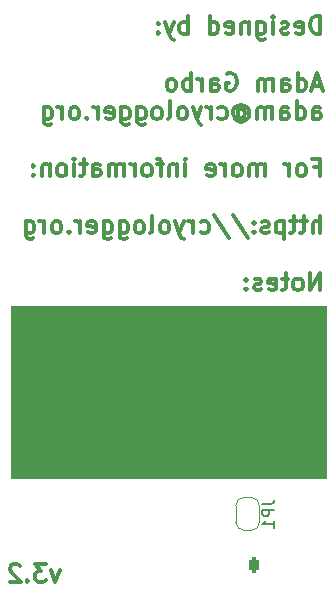
<source format=gbo>
G04 #@! TF.GenerationSoftware,KiCad,Pcbnew,8.0.0*
G04 #@! TF.CreationDate,2024-04-24T13:51:03+02:00*
G04 #@! TF.ProjectId,Cryologger ITB,4372796f-6c6f-4676-9765-72204954422e,v3.2*
G04 #@! TF.SameCoordinates,Original*
G04 #@! TF.FileFunction,Legend,Bot*
G04 #@! TF.FilePolarity,Positive*
%FSLAX46Y46*%
G04 Gerber Fmt 4.6, Leading zero omitted, Abs format (unit mm)*
G04 Created by KiCad (PCBNEW 8.0.0) date 2024-04-24 13:51:03*
%MOMM*%
%LPD*%
G01*
G04 APERTURE LIST*
G04 Aperture macros list*
%AMRoundRect*
0 Rectangle with rounded corners*
0 $1 Rounding radius*
0 $2 $3 $4 $5 $6 $7 $8 $9 X,Y pos of 4 corners*
0 Add a 4 corners polygon primitive as box body*
4,1,4,$2,$3,$4,$5,$6,$7,$8,$9,$2,$3,0*
0 Add four circle primitives for the rounded corners*
1,1,$1+$1,$2,$3*
1,1,$1+$1,$4,$5*
1,1,$1+$1,$6,$7*
1,1,$1+$1,$8,$9*
0 Add four rect primitives between the rounded corners*
20,1,$1+$1,$2,$3,$4,$5,0*
20,1,$1+$1,$4,$5,$6,$7,0*
20,1,$1+$1,$6,$7,$8,$9,0*
20,1,$1+$1,$8,$9,$2,$3,0*%
%AMFreePoly0*
4,1,19,0.500000,-0.750000,0.000000,-0.750000,0.000000,-0.744911,-0.071157,-0.744911,-0.207708,-0.704816,-0.327430,-0.627875,-0.420627,-0.520320,-0.479746,-0.390866,-0.500000,-0.250000,-0.500000,0.250000,-0.479746,0.390866,-0.420627,0.520320,-0.327430,0.627875,-0.207708,0.704816,-0.071157,0.744911,0.000000,0.744911,0.000000,0.750000,0.500000,0.750000,0.500000,-0.750000,0.500000,-0.750000,
$1*%
%AMFreePoly1*
4,1,19,0.000000,0.744911,0.071157,0.744911,0.207708,0.704816,0.327430,0.627875,0.420627,0.520320,0.479746,0.390866,0.500000,0.250000,0.500000,-0.250000,0.479746,-0.390866,0.420627,-0.520320,0.327430,-0.627875,0.207708,-0.704816,0.071157,-0.744911,0.000000,-0.744911,0.000000,-0.750000,-0.500000,-0.750000,-0.500000,0.750000,0.000000,0.750000,0.000000,0.744911,0.000000,0.744911,
$1*%
G04 Aperture macros list end*
%ADD10C,0.100000*%
%ADD11C,0.300000*%
%ADD12C,0.150000*%
%ADD13C,0.120000*%
%ADD14C,3.810000*%
%ADD15C,1.778000*%
%ADD16C,6.000000*%
%ADD17C,4.999990*%
%ADD18RoundRect,0.200000X-0.200000X-0.450000X0.200000X-0.450000X0.200000X0.450000X-0.200000X0.450000X0*%
%ADD19O,0.800000X1.300000*%
%ADD20RoundRect,0.249999X1.550001X-0.790001X1.550001X0.790001X-1.550001X0.790001X-1.550001X-0.790001X0*%
%ADD21O,3.600000X2.080000*%
%ADD22C,1.524000*%
%ADD23C,1.600000*%
%ADD24O,1.600000X1.600000*%
%ADD25R,1.300000X1.300000*%
%ADD26C,1.300000*%
%ADD27C,2.540000*%
%ADD28FreePoly0,90.000000*%
%ADD29FreePoly1,90.000000*%
G04 APERTURE END LIST*
D10*
X118110000Y-115275000D02*
X91440000Y-115275000D01*
X91440000Y-100670000D01*
X118110000Y-100670000D01*
X118110000Y-115275000D01*
G36*
X118110000Y-115275000D02*
G01*
X91440000Y-115275000D01*
X91440000Y-100670000D01*
X118110000Y-100670000D01*
X118110000Y-115275000D01*
G37*
D11*
X95563346Y-123058328D02*
X95206203Y-124058328D01*
X95206203Y-124058328D02*
X94849060Y-123058328D01*
X94420489Y-122558328D02*
X93491917Y-122558328D01*
X93491917Y-122558328D02*
X93991917Y-123129757D01*
X93991917Y-123129757D02*
X93777632Y-123129757D01*
X93777632Y-123129757D02*
X93634775Y-123201185D01*
X93634775Y-123201185D02*
X93563346Y-123272614D01*
X93563346Y-123272614D02*
X93491917Y-123415471D01*
X93491917Y-123415471D02*
X93491917Y-123772614D01*
X93491917Y-123772614D02*
X93563346Y-123915471D01*
X93563346Y-123915471D02*
X93634775Y-123986900D01*
X93634775Y-123986900D02*
X93777632Y-124058328D01*
X93777632Y-124058328D02*
X94206203Y-124058328D01*
X94206203Y-124058328D02*
X94349060Y-123986900D01*
X94349060Y-123986900D02*
X94420489Y-123915471D01*
X92849061Y-123915471D02*
X92777632Y-123986900D01*
X92777632Y-123986900D02*
X92849061Y-124058328D01*
X92849061Y-124058328D02*
X92920489Y-123986900D01*
X92920489Y-123986900D02*
X92849061Y-123915471D01*
X92849061Y-123915471D02*
X92849061Y-124058328D01*
X92206203Y-122701185D02*
X92134775Y-122629757D01*
X92134775Y-122629757D02*
X91991918Y-122558328D01*
X91991918Y-122558328D02*
X91634775Y-122558328D01*
X91634775Y-122558328D02*
X91491918Y-122629757D01*
X91491918Y-122629757D02*
X91420489Y-122701185D01*
X91420489Y-122701185D02*
X91349060Y-122844042D01*
X91349060Y-122844042D02*
X91349060Y-122986900D01*
X91349060Y-122986900D02*
X91420489Y-123201185D01*
X91420489Y-123201185D02*
X92277632Y-124058328D01*
X92277632Y-124058328D02*
X91349060Y-124058328D01*
X117645489Y-77631206D02*
X117645489Y-76131206D01*
X117645489Y-76131206D02*
X117288346Y-76131206D01*
X117288346Y-76131206D02*
X117074060Y-76202635D01*
X117074060Y-76202635D02*
X116931203Y-76345492D01*
X116931203Y-76345492D02*
X116859774Y-76488349D01*
X116859774Y-76488349D02*
X116788346Y-76774063D01*
X116788346Y-76774063D02*
X116788346Y-76988349D01*
X116788346Y-76988349D02*
X116859774Y-77274063D01*
X116859774Y-77274063D02*
X116931203Y-77416920D01*
X116931203Y-77416920D02*
X117074060Y-77559778D01*
X117074060Y-77559778D02*
X117288346Y-77631206D01*
X117288346Y-77631206D02*
X117645489Y-77631206D01*
X115574060Y-77559778D02*
X115716917Y-77631206D01*
X115716917Y-77631206D02*
X116002632Y-77631206D01*
X116002632Y-77631206D02*
X116145489Y-77559778D01*
X116145489Y-77559778D02*
X116216917Y-77416920D01*
X116216917Y-77416920D02*
X116216917Y-76845492D01*
X116216917Y-76845492D02*
X116145489Y-76702635D01*
X116145489Y-76702635D02*
X116002632Y-76631206D01*
X116002632Y-76631206D02*
X115716917Y-76631206D01*
X115716917Y-76631206D02*
X115574060Y-76702635D01*
X115574060Y-76702635D02*
X115502632Y-76845492D01*
X115502632Y-76845492D02*
X115502632Y-76988349D01*
X115502632Y-76988349D02*
X116216917Y-77131206D01*
X114931203Y-77559778D02*
X114788346Y-77631206D01*
X114788346Y-77631206D02*
X114502632Y-77631206D01*
X114502632Y-77631206D02*
X114359775Y-77559778D01*
X114359775Y-77559778D02*
X114288346Y-77416920D01*
X114288346Y-77416920D02*
X114288346Y-77345492D01*
X114288346Y-77345492D02*
X114359775Y-77202635D01*
X114359775Y-77202635D02*
X114502632Y-77131206D01*
X114502632Y-77131206D02*
X114716918Y-77131206D01*
X114716918Y-77131206D02*
X114859775Y-77059778D01*
X114859775Y-77059778D02*
X114931203Y-76916920D01*
X114931203Y-76916920D02*
X114931203Y-76845492D01*
X114931203Y-76845492D02*
X114859775Y-76702635D01*
X114859775Y-76702635D02*
X114716918Y-76631206D01*
X114716918Y-76631206D02*
X114502632Y-76631206D01*
X114502632Y-76631206D02*
X114359775Y-76702635D01*
X113645489Y-77631206D02*
X113645489Y-76631206D01*
X113645489Y-76131206D02*
X113716917Y-76202635D01*
X113716917Y-76202635D02*
X113645489Y-76274063D01*
X113645489Y-76274063D02*
X113574060Y-76202635D01*
X113574060Y-76202635D02*
X113645489Y-76131206D01*
X113645489Y-76131206D02*
X113645489Y-76274063D01*
X112288346Y-76631206D02*
X112288346Y-77845492D01*
X112288346Y-77845492D02*
X112359774Y-77988349D01*
X112359774Y-77988349D02*
X112431203Y-78059778D01*
X112431203Y-78059778D02*
X112574060Y-78131206D01*
X112574060Y-78131206D02*
X112788346Y-78131206D01*
X112788346Y-78131206D02*
X112931203Y-78059778D01*
X112288346Y-77559778D02*
X112431203Y-77631206D01*
X112431203Y-77631206D02*
X112716917Y-77631206D01*
X112716917Y-77631206D02*
X112859774Y-77559778D01*
X112859774Y-77559778D02*
X112931203Y-77488349D01*
X112931203Y-77488349D02*
X113002631Y-77345492D01*
X113002631Y-77345492D02*
X113002631Y-76916920D01*
X113002631Y-76916920D02*
X112931203Y-76774063D01*
X112931203Y-76774063D02*
X112859774Y-76702635D01*
X112859774Y-76702635D02*
X112716917Y-76631206D01*
X112716917Y-76631206D02*
X112431203Y-76631206D01*
X112431203Y-76631206D02*
X112288346Y-76702635D01*
X111574060Y-76631206D02*
X111574060Y-77631206D01*
X111574060Y-76774063D02*
X111502631Y-76702635D01*
X111502631Y-76702635D02*
X111359774Y-76631206D01*
X111359774Y-76631206D02*
X111145488Y-76631206D01*
X111145488Y-76631206D02*
X111002631Y-76702635D01*
X111002631Y-76702635D02*
X110931203Y-76845492D01*
X110931203Y-76845492D02*
X110931203Y-77631206D01*
X109645488Y-77559778D02*
X109788345Y-77631206D01*
X109788345Y-77631206D02*
X110074060Y-77631206D01*
X110074060Y-77631206D02*
X110216917Y-77559778D01*
X110216917Y-77559778D02*
X110288345Y-77416920D01*
X110288345Y-77416920D02*
X110288345Y-76845492D01*
X110288345Y-76845492D02*
X110216917Y-76702635D01*
X110216917Y-76702635D02*
X110074060Y-76631206D01*
X110074060Y-76631206D02*
X109788345Y-76631206D01*
X109788345Y-76631206D02*
X109645488Y-76702635D01*
X109645488Y-76702635D02*
X109574060Y-76845492D01*
X109574060Y-76845492D02*
X109574060Y-76988349D01*
X109574060Y-76988349D02*
X110288345Y-77131206D01*
X108288346Y-77631206D02*
X108288346Y-76131206D01*
X108288346Y-77559778D02*
X108431203Y-77631206D01*
X108431203Y-77631206D02*
X108716917Y-77631206D01*
X108716917Y-77631206D02*
X108859774Y-77559778D01*
X108859774Y-77559778D02*
X108931203Y-77488349D01*
X108931203Y-77488349D02*
X109002631Y-77345492D01*
X109002631Y-77345492D02*
X109002631Y-76916920D01*
X109002631Y-76916920D02*
X108931203Y-76774063D01*
X108931203Y-76774063D02*
X108859774Y-76702635D01*
X108859774Y-76702635D02*
X108716917Y-76631206D01*
X108716917Y-76631206D02*
X108431203Y-76631206D01*
X108431203Y-76631206D02*
X108288346Y-76702635D01*
X106431203Y-77631206D02*
X106431203Y-76131206D01*
X106431203Y-76702635D02*
X106288346Y-76631206D01*
X106288346Y-76631206D02*
X106002631Y-76631206D01*
X106002631Y-76631206D02*
X105859774Y-76702635D01*
X105859774Y-76702635D02*
X105788346Y-76774063D01*
X105788346Y-76774063D02*
X105716917Y-76916920D01*
X105716917Y-76916920D02*
X105716917Y-77345492D01*
X105716917Y-77345492D02*
X105788346Y-77488349D01*
X105788346Y-77488349D02*
X105859774Y-77559778D01*
X105859774Y-77559778D02*
X106002631Y-77631206D01*
X106002631Y-77631206D02*
X106288346Y-77631206D01*
X106288346Y-77631206D02*
X106431203Y-77559778D01*
X105216917Y-76631206D02*
X104859774Y-77631206D01*
X104502631Y-76631206D02*
X104859774Y-77631206D01*
X104859774Y-77631206D02*
X105002631Y-77988349D01*
X105002631Y-77988349D02*
X105074060Y-78059778D01*
X105074060Y-78059778D02*
X105216917Y-78131206D01*
X103931203Y-77488349D02*
X103859774Y-77559778D01*
X103859774Y-77559778D02*
X103931203Y-77631206D01*
X103931203Y-77631206D02*
X104002631Y-77559778D01*
X104002631Y-77559778D02*
X103931203Y-77488349D01*
X103931203Y-77488349D02*
X103931203Y-77631206D01*
X103931203Y-76702635D02*
X103859774Y-76774063D01*
X103859774Y-76774063D02*
X103931203Y-76845492D01*
X103931203Y-76845492D02*
X104002631Y-76774063D01*
X104002631Y-76774063D02*
X103931203Y-76702635D01*
X103931203Y-76702635D02*
X103931203Y-76845492D01*
X117716917Y-82032467D02*
X117002632Y-82032467D01*
X117859774Y-82461038D02*
X117359774Y-80961038D01*
X117359774Y-80961038D02*
X116859774Y-82461038D01*
X115716918Y-82461038D02*
X115716918Y-80961038D01*
X115716918Y-82389610D02*
X115859775Y-82461038D01*
X115859775Y-82461038D02*
X116145489Y-82461038D01*
X116145489Y-82461038D02*
X116288346Y-82389610D01*
X116288346Y-82389610D02*
X116359775Y-82318181D01*
X116359775Y-82318181D02*
X116431203Y-82175324D01*
X116431203Y-82175324D02*
X116431203Y-81746752D01*
X116431203Y-81746752D02*
X116359775Y-81603895D01*
X116359775Y-81603895D02*
X116288346Y-81532467D01*
X116288346Y-81532467D02*
X116145489Y-81461038D01*
X116145489Y-81461038D02*
X115859775Y-81461038D01*
X115859775Y-81461038D02*
X115716918Y-81532467D01*
X114359775Y-82461038D02*
X114359775Y-81675324D01*
X114359775Y-81675324D02*
X114431203Y-81532467D01*
X114431203Y-81532467D02*
X114574060Y-81461038D01*
X114574060Y-81461038D02*
X114859775Y-81461038D01*
X114859775Y-81461038D02*
X115002632Y-81532467D01*
X114359775Y-82389610D02*
X114502632Y-82461038D01*
X114502632Y-82461038D02*
X114859775Y-82461038D01*
X114859775Y-82461038D02*
X115002632Y-82389610D01*
X115002632Y-82389610D02*
X115074060Y-82246752D01*
X115074060Y-82246752D02*
X115074060Y-82103895D01*
X115074060Y-82103895D02*
X115002632Y-81961038D01*
X115002632Y-81961038D02*
X114859775Y-81889610D01*
X114859775Y-81889610D02*
X114502632Y-81889610D01*
X114502632Y-81889610D02*
X114359775Y-81818181D01*
X113645489Y-82461038D02*
X113645489Y-81461038D01*
X113645489Y-81603895D02*
X113574060Y-81532467D01*
X113574060Y-81532467D02*
X113431203Y-81461038D01*
X113431203Y-81461038D02*
X113216917Y-81461038D01*
X113216917Y-81461038D02*
X113074060Y-81532467D01*
X113074060Y-81532467D02*
X113002632Y-81675324D01*
X113002632Y-81675324D02*
X113002632Y-82461038D01*
X113002632Y-81675324D02*
X112931203Y-81532467D01*
X112931203Y-81532467D02*
X112788346Y-81461038D01*
X112788346Y-81461038D02*
X112574060Y-81461038D01*
X112574060Y-81461038D02*
X112431203Y-81532467D01*
X112431203Y-81532467D02*
X112359774Y-81675324D01*
X112359774Y-81675324D02*
X112359774Y-82461038D01*
X109716917Y-81032467D02*
X109859775Y-80961038D01*
X109859775Y-80961038D02*
X110074060Y-80961038D01*
X110074060Y-80961038D02*
X110288346Y-81032467D01*
X110288346Y-81032467D02*
X110431203Y-81175324D01*
X110431203Y-81175324D02*
X110502632Y-81318181D01*
X110502632Y-81318181D02*
X110574060Y-81603895D01*
X110574060Y-81603895D02*
X110574060Y-81818181D01*
X110574060Y-81818181D02*
X110502632Y-82103895D01*
X110502632Y-82103895D02*
X110431203Y-82246752D01*
X110431203Y-82246752D02*
X110288346Y-82389610D01*
X110288346Y-82389610D02*
X110074060Y-82461038D01*
X110074060Y-82461038D02*
X109931203Y-82461038D01*
X109931203Y-82461038D02*
X109716917Y-82389610D01*
X109716917Y-82389610D02*
X109645489Y-82318181D01*
X109645489Y-82318181D02*
X109645489Y-81818181D01*
X109645489Y-81818181D02*
X109931203Y-81818181D01*
X108359775Y-82461038D02*
X108359775Y-81675324D01*
X108359775Y-81675324D02*
X108431203Y-81532467D01*
X108431203Y-81532467D02*
X108574060Y-81461038D01*
X108574060Y-81461038D02*
X108859775Y-81461038D01*
X108859775Y-81461038D02*
X109002632Y-81532467D01*
X108359775Y-82389610D02*
X108502632Y-82461038D01*
X108502632Y-82461038D02*
X108859775Y-82461038D01*
X108859775Y-82461038D02*
X109002632Y-82389610D01*
X109002632Y-82389610D02*
X109074060Y-82246752D01*
X109074060Y-82246752D02*
X109074060Y-82103895D01*
X109074060Y-82103895D02*
X109002632Y-81961038D01*
X109002632Y-81961038D02*
X108859775Y-81889610D01*
X108859775Y-81889610D02*
X108502632Y-81889610D01*
X108502632Y-81889610D02*
X108359775Y-81818181D01*
X107645489Y-82461038D02*
X107645489Y-81461038D01*
X107645489Y-81746752D02*
X107574060Y-81603895D01*
X107574060Y-81603895D02*
X107502632Y-81532467D01*
X107502632Y-81532467D02*
X107359774Y-81461038D01*
X107359774Y-81461038D02*
X107216917Y-81461038D01*
X106716918Y-82461038D02*
X106716918Y-80961038D01*
X106716918Y-81532467D02*
X106574061Y-81461038D01*
X106574061Y-81461038D02*
X106288346Y-81461038D01*
X106288346Y-81461038D02*
X106145489Y-81532467D01*
X106145489Y-81532467D02*
X106074061Y-81603895D01*
X106074061Y-81603895D02*
X106002632Y-81746752D01*
X106002632Y-81746752D02*
X106002632Y-82175324D01*
X106002632Y-82175324D02*
X106074061Y-82318181D01*
X106074061Y-82318181D02*
X106145489Y-82389610D01*
X106145489Y-82389610D02*
X106288346Y-82461038D01*
X106288346Y-82461038D02*
X106574061Y-82461038D01*
X106574061Y-82461038D02*
X106716918Y-82389610D01*
X105145489Y-82461038D02*
X105288346Y-82389610D01*
X105288346Y-82389610D02*
X105359775Y-82318181D01*
X105359775Y-82318181D02*
X105431203Y-82175324D01*
X105431203Y-82175324D02*
X105431203Y-81746752D01*
X105431203Y-81746752D02*
X105359775Y-81603895D01*
X105359775Y-81603895D02*
X105288346Y-81532467D01*
X105288346Y-81532467D02*
X105145489Y-81461038D01*
X105145489Y-81461038D02*
X104931203Y-81461038D01*
X104931203Y-81461038D02*
X104788346Y-81532467D01*
X104788346Y-81532467D02*
X104716918Y-81603895D01*
X104716918Y-81603895D02*
X104645489Y-81746752D01*
X104645489Y-81746752D02*
X104645489Y-82175324D01*
X104645489Y-82175324D02*
X104716918Y-82318181D01*
X104716918Y-82318181D02*
X104788346Y-82389610D01*
X104788346Y-82389610D02*
X104931203Y-82461038D01*
X104931203Y-82461038D02*
X105145489Y-82461038D01*
X117002632Y-84875954D02*
X117002632Y-84090240D01*
X117002632Y-84090240D02*
X117074060Y-83947383D01*
X117074060Y-83947383D02*
X117216917Y-83875954D01*
X117216917Y-83875954D02*
X117502632Y-83875954D01*
X117502632Y-83875954D02*
X117645489Y-83947383D01*
X117002632Y-84804526D02*
X117145489Y-84875954D01*
X117145489Y-84875954D02*
X117502632Y-84875954D01*
X117502632Y-84875954D02*
X117645489Y-84804526D01*
X117645489Y-84804526D02*
X117716917Y-84661668D01*
X117716917Y-84661668D02*
X117716917Y-84518811D01*
X117716917Y-84518811D02*
X117645489Y-84375954D01*
X117645489Y-84375954D02*
X117502632Y-84304526D01*
X117502632Y-84304526D02*
X117145489Y-84304526D01*
X117145489Y-84304526D02*
X117002632Y-84233097D01*
X115645489Y-84875954D02*
X115645489Y-83375954D01*
X115645489Y-84804526D02*
X115788346Y-84875954D01*
X115788346Y-84875954D02*
X116074060Y-84875954D01*
X116074060Y-84875954D02*
X116216917Y-84804526D01*
X116216917Y-84804526D02*
X116288346Y-84733097D01*
X116288346Y-84733097D02*
X116359774Y-84590240D01*
X116359774Y-84590240D02*
X116359774Y-84161668D01*
X116359774Y-84161668D02*
X116288346Y-84018811D01*
X116288346Y-84018811D02*
X116216917Y-83947383D01*
X116216917Y-83947383D02*
X116074060Y-83875954D01*
X116074060Y-83875954D02*
X115788346Y-83875954D01*
X115788346Y-83875954D02*
X115645489Y-83947383D01*
X114288346Y-84875954D02*
X114288346Y-84090240D01*
X114288346Y-84090240D02*
X114359774Y-83947383D01*
X114359774Y-83947383D02*
X114502631Y-83875954D01*
X114502631Y-83875954D02*
X114788346Y-83875954D01*
X114788346Y-83875954D02*
X114931203Y-83947383D01*
X114288346Y-84804526D02*
X114431203Y-84875954D01*
X114431203Y-84875954D02*
X114788346Y-84875954D01*
X114788346Y-84875954D02*
X114931203Y-84804526D01*
X114931203Y-84804526D02*
X115002631Y-84661668D01*
X115002631Y-84661668D02*
X115002631Y-84518811D01*
X115002631Y-84518811D02*
X114931203Y-84375954D01*
X114931203Y-84375954D02*
X114788346Y-84304526D01*
X114788346Y-84304526D02*
X114431203Y-84304526D01*
X114431203Y-84304526D02*
X114288346Y-84233097D01*
X113574060Y-84875954D02*
X113574060Y-83875954D01*
X113574060Y-84018811D02*
X113502631Y-83947383D01*
X113502631Y-83947383D02*
X113359774Y-83875954D01*
X113359774Y-83875954D02*
X113145488Y-83875954D01*
X113145488Y-83875954D02*
X113002631Y-83947383D01*
X113002631Y-83947383D02*
X112931203Y-84090240D01*
X112931203Y-84090240D02*
X112931203Y-84875954D01*
X112931203Y-84090240D02*
X112859774Y-83947383D01*
X112859774Y-83947383D02*
X112716917Y-83875954D01*
X112716917Y-83875954D02*
X112502631Y-83875954D01*
X112502631Y-83875954D02*
X112359774Y-83947383D01*
X112359774Y-83947383D02*
X112288345Y-84090240D01*
X112288345Y-84090240D02*
X112288345Y-84875954D01*
X110645488Y-84161668D02*
X110716917Y-84090240D01*
X110716917Y-84090240D02*
X110859774Y-84018811D01*
X110859774Y-84018811D02*
X111002631Y-84018811D01*
X111002631Y-84018811D02*
X111145488Y-84090240D01*
X111145488Y-84090240D02*
X111216917Y-84161668D01*
X111216917Y-84161668D02*
X111288345Y-84304526D01*
X111288345Y-84304526D02*
X111288345Y-84447383D01*
X111288345Y-84447383D02*
X111216917Y-84590240D01*
X111216917Y-84590240D02*
X111145488Y-84661668D01*
X111145488Y-84661668D02*
X111002631Y-84733097D01*
X111002631Y-84733097D02*
X110859774Y-84733097D01*
X110859774Y-84733097D02*
X110716917Y-84661668D01*
X110716917Y-84661668D02*
X110645488Y-84590240D01*
X110645488Y-84018811D02*
X110645488Y-84590240D01*
X110645488Y-84590240D02*
X110574060Y-84661668D01*
X110574060Y-84661668D02*
X110502631Y-84661668D01*
X110502631Y-84661668D02*
X110359774Y-84590240D01*
X110359774Y-84590240D02*
X110288345Y-84447383D01*
X110288345Y-84447383D02*
X110288345Y-84090240D01*
X110288345Y-84090240D02*
X110431203Y-83875954D01*
X110431203Y-83875954D02*
X110645488Y-83733097D01*
X110645488Y-83733097D02*
X110931203Y-83661668D01*
X110931203Y-83661668D02*
X111216917Y-83733097D01*
X111216917Y-83733097D02*
X111431203Y-83875954D01*
X111431203Y-83875954D02*
X111574060Y-84090240D01*
X111574060Y-84090240D02*
X111645488Y-84375954D01*
X111645488Y-84375954D02*
X111574060Y-84661668D01*
X111574060Y-84661668D02*
X111431203Y-84875954D01*
X111431203Y-84875954D02*
X111216917Y-85018811D01*
X111216917Y-85018811D02*
X110931203Y-85090240D01*
X110931203Y-85090240D02*
X110645488Y-85018811D01*
X110645488Y-85018811D02*
X110431203Y-84875954D01*
X109002632Y-84804526D02*
X109145489Y-84875954D01*
X109145489Y-84875954D02*
X109431203Y-84875954D01*
X109431203Y-84875954D02*
X109574060Y-84804526D01*
X109574060Y-84804526D02*
X109645489Y-84733097D01*
X109645489Y-84733097D02*
X109716917Y-84590240D01*
X109716917Y-84590240D02*
X109716917Y-84161668D01*
X109716917Y-84161668D02*
X109645489Y-84018811D01*
X109645489Y-84018811D02*
X109574060Y-83947383D01*
X109574060Y-83947383D02*
X109431203Y-83875954D01*
X109431203Y-83875954D02*
X109145489Y-83875954D01*
X109145489Y-83875954D02*
X109002632Y-83947383D01*
X108359775Y-84875954D02*
X108359775Y-83875954D01*
X108359775Y-84161668D02*
X108288346Y-84018811D01*
X108288346Y-84018811D02*
X108216918Y-83947383D01*
X108216918Y-83947383D02*
X108074060Y-83875954D01*
X108074060Y-83875954D02*
X107931203Y-83875954D01*
X107574061Y-83875954D02*
X107216918Y-84875954D01*
X106859775Y-83875954D02*
X107216918Y-84875954D01*
X107216918Y-84875954D02*
X107359775Y-85233097D01*
X107359775Y-85233097D02*
X107431204Y-85304526D01*
X107431204Y-85304526D02*
X107574061Y-85375954D01*
X106074061Y-84875954D02*
X106216918Y-84804526D01*
X106216918Y-84804526D02*
X106288347Y-84733097D01*
X106288347Y-84733097D02*
X106359775Y-84590240D01*
X106359775Y-84590240D02*
X106359775Y-84161668D01*
X106359775Y-84161668D02*
X106288347Y-84018811D01*
X106288347Y-84018811D02*
X106216918Y-83947383D01*
X106216918Y-83947383D02*
X106074061Y-83875954D01*
X106074061Y-83875954D02*
X105859775Y-83875954D01*
X105859775Y-83875954D02*
X105716918Y-83947383D01*
X105716918Y-83947383D02*
X105645490Y-84018811D01*
X105645490Y-84018811D02*
X105574061Y-84161668D01*
X105574061Y-84161668D02*
X105574061Y-84590240D01*
X105574061Y-84590240D02*
X105645490Y-84733097D01*
X105645490Y-84733097D02*
X105716918Y-84804526D01*
X105716918Y-84804526D02*
X105859775Y-84875954D01*
X105859775Y-84875954D02*
X106074061Y-84875954D01*
X104716918Y-84875954D02*
X104859775Y-84804526D01*
X104859775Y-84804526D02*
X104931204Y-84661668D01*
X104931204Y-84661668D02*
X104931204Y-83375954D01*
X103931204Y-84875954D02*
X104074061Y-84804526D01*
X104074061Y-84804526D02*
X104145490Y-84733097D01*
X104145490Y-84733097D02*
X104216918Y-84590240D01*
X104216918Y-84590240D02*
X104216918Y-84161668D01*
X104216918Y-84161668D02*
X104145490Y-84018811D01*
X104145490Y-84018811D02*
X104074061Y-83947383D01*
X104074061Y-83947383D02*
X103931204Y-83875954D01*
X103931204Y-83875954D02*
X103716918Y-83875954D01*
X103716918Y-83875954D02*
X103574061Y-83947383D01*
X103574061Y-83947383D02*
X103502633Y-84018811D01*
X103502633Y-84018811D02*
X103431204Y-84161668D01*
X103431204Y-84161668D02*
X103431204Y-84590240D01*
X103431204Y-84590240D02*
X103502633Y-84733097D01*
X103502633Y-84733097D02*
X103574061Y-84804526D01*
X103574061Y-84804526D02*
X103716918Y-84875954D01*
X103716918Y-84875954D02*
X103931204Y-84875954D01*
X102145490Y-83875954D02*
X102145490Y-85090240D01*
X102145490Y-85090240D02*
X102216918Y-85233097D01*
X102216918Y-85233097D02*
X102288347Y-85304526D01*
X102288347Y-85304526D02*
X102431204Y-85375954D01*
X102431204Y-85375954D02*
X102645490Y-85375954D01*
X102645490Y-85375954D02*
X102788347Y-85304526D01*
X102145490Y-84804526D02*
X102288347Y-84875954D01*
X102288347Y-84875954D02*
X102574061Y-84875954D01*
X102574061Y-84875954D02*
X102716918Y-84804526D01*
X102716918Y-84804526D02*
X102788347Y-84733097D01*
X102788347Y-84733097D02*
X102859775Y-84590240D01*
X102859775Y-84590240D02*
X102859775Y-84161668D01*
X102859775Y-84161668D02*
X102788347Y-84018811D01*
X102788347Y-84018811D02*
X102716918Y-83947383D01*
X102716918Y-83947383D02*
X102574061Y-83875954D01*
X102574061Y-83875954D02*
X102288347Y-83875954D01*
X102288347Y-83875954D02*
X102145490Y-83947383D01*
X100788347Y-83875954D02*
X100788347Y-85090240D01*
X100788347Y-85090240D02*
X100859775Y-85233097D01*
X100859775Y-85233097D02*
X100931204Y-85304526D01*
X100931204Y-85304526D02*
X101074061Y-85375954D01*
X101074061Y-85375954D02*
X101288347Y-85375954D01*
X101288347Y-85375954D02*
X101431204Y-85304526D01*
X100788347Y-84804526D02*
X100931204Y-84875954D01*
X100931204Y-84875954D02*
X101216918Y-84875954D01*
X101216918Y-84875954D02*
X101359775Y-84804526D01*
X101359775Y-84804526D02*
X101431204Y-84733097D01*
X101431204Y-84733097D02*
X101502632Y-84590240D01*
X101502632Y-84590240D02*
X101502632Y-84161668D01*
X101502632Y-84161668D02*
X101431204Y-84018811D01*
X101431204Y-84018811D02*
X101359775Y-83947383D01*
X101359775Y-83947383D02*
X101216918Y-83875954D01*
X101216918Y-83875954D02*
X100931204Y-83875954D01*
X100931204Y-83875954D02*
X100788347Y-83947383D01*
X99502632Y-84804526D02*
X99645489Y-84875954D01*
X99645489Y-84875954D02*
X99931204Y-84875954D01*
X99931204Y-84875954D02*
X100074061Y-84804526D01*
X100074061Y-84804526D02*
X100145489Y-84661668D01*
X100145489Y-84661668D02*
X100145489Y-84090240D01*
X100145489Y-84090240D02*
X100074061Y-83947383D01*
X100074061Y-83947383D02*
X99931204Y-83875954D01*
X99931204Y-83875954D02*
X99645489Y-83875954D01*
X99645489Y-83875954D02*
X99502632Y-83947383D01*
X99502632Y-83947383D02*
X99431204Y-84090240D01*
X99431204Y-84090240D02*
X99431204Y-84233097D01*
X99431204Y-84233097D02*
X100145489Y-84375954D01*
X98788347Y-84875954D02*
X98788347Y-83875954D01*
X98788347Y-84161668D02*
X98716918Y-84018811D01*
X98716918Y-84018811D02*
X98645490Y-83947383D01*
X98645490Y-83947383D02*
X98502632Y-83875954D01*
X98502632Y-83875954D02*
X98359775Y-83875954D01*
X97859776Y-84733097D02*
X97788347Y-84804526D01*
X97788347Y-84804526D02*
X97859776Y-84875954D01*
X97859776Y-84875954D02*
X97931204Y-84804526D01*
X97931204Y-84804526D02*
X97859776Y-84733097D01*
X97859776Y-84733097D02*
X97859776Y-84875954D01*
X96931204Y-84875954D02*
X97074061Y-84804526D01*
X97074061Y-84804526D02*
X97145490Y-84733097D01*
X97145490Y-84733097D02*
X97216918Y-84590240D01*
X97216918Y-84590240D02*
X97216918Y-84161668D01*
X97216918Y-84161668D02*
X97145490Y-84018811D01*
X97145490Y-84018811D02*
X97074061Y-83947383D01*
X97074061Y-83947383D02*
X96931204Y-83875954D01*
X96931204Y-83875954D02*
X96716918Y-83875954D01*
X96716918Y-83875954D02*
X96574061Y-83947383D01*
X96574061Y-83947383D02*
X96502633Y-84018811D01*
X96502633Y-84018811D02*
X96431204Y-84161668D01*
X96431204Y-84161668D02*
X96431204Y-84590240D01*
X96431204Y-84590240D02*
X96502633Y-84733097D01*
X96502633Y-84733097D02*
X96574061Y-84804526D01*
X96574061Y-84804526D02*
X96716918Y-84875954D01*
X96716918Y-84875954D02*
X96931204Y-84875954D01*
X95788347Y-84875954D02*
X95788347Y-83875954D01*
X95788347Y-84161668D02*
X95716918Y-84018811D01*
X95716918Y-84018811D02*
X95645490Y-83947383D01*
X95645490Y-83947383D02*
X95502632Y-83875954D01*
X95502632Y-83875954D02*
X95359775Y-83875954D01*
X94216919Y-83875954D02*
X94216919Y-85090240D01*
X94216919Y-85090240D02*
X94288347Y-85233097D01*
X94288347Y-85233097D02*
X94359776Y-85304526D01*
X94359776Y-85304526D02*
X94502633Y-85375954D01*
X94502633Y-85375954D02*
X94716919Y-85375954D01*
X94716919Y-85375954D02*
X94859776Y-85304526D01*
X94216919Y-84804526D02*
X94359776Y-84875954D01*
X94359776Y-84875954D02*
X94645490Y-84875954D01*
X94645490Y-84875954D02*
X94788347Y-84804526D01*
X94788347Y-84804526D02*
X94859776Y-84733097D01*
X94859776Y-84733097D02*
X94931204Y-84590240D01*
X94931204Y-84590240D02*
X94931204Y-84161668D01*
X94931204Y-84161668D02*
X94859776Y-84018811D01*
X94859776Y-84018811D02*
X94788347Y-83947383D01*
X94788347Y-83947383D02*
X94645490Y-83875954D01*
X94645490Y-83875954D02*
X94359776Y-83875954D01*
X94359776Y-83875954D02*
X94216919Y-83947383D01*
X117145489Y-88920072D02*
X117645489Y-88920072D01*
X117645489Y-89705786D02*
X117645489Y-88205786D01*
X117645489Y-88205786D02*
X116931203Y-88205786D01*
X116145489Y-89705786D02*
X116288346Y-89634358D01*
X116288346Y-89634358D02*
X116359775Y-89562929D01*
X116359775Y-89562929D02*
X116431203Y-89420072D01*
X116431203Y-89420072D02*
X116431203Y-88991500D01*
X116431203Y-88991500D02*
X116359775Y-88848643D01*
X116359775Y-88848643D02*
X116288346Y-88777215D01*
X116288346Y-88777215D02*
X116145489Y-88705786D01*
X116145489Y-88705786D02*
X115931203Y-88705786D01*
X115931203Y-88705786D02*
X115788346Y-88777215D01*
X115788346Y-88777215D02*
X115716918Y-88848643D01*
X115716918Y-88848643D02*
X115645489Y-88991500D01*
X115645489Y-88991500D02*
X115645489Y-89420072D01*
X115645489Y-89420072D02*
X115716918Y-89562929D01*
X115716918Y-89562929D02*
X115788346Y-89634358D01*
X115788346Y-89634358D02*
X115931203Y-89705786D01*
X115931203Y-89705786D02*
X116145489Y-89705786D01*
X115002632Y-89705786D02*
X115002632Y-88705786D01*
X115002632Y-88991500D02*
X114931203Y-88848643D01*
X114931203Y-88848643D02*
X114859775Y-88777215D01*
X114859775Y-88777215D02*
X114716917Y-88705786D01*
X114716917Y-88705786D02*
X114574060Y-88705786D01*
X112931204Y-89705786D02*
X112931204Y-88705786D01*
X112931204Y-88848643D02*
X112859775Y-88777215D01*
X112859775Y-88777215D02*
X112716918Y-88705786D01*
X112716918Y-88705786D02*
X112502632Y-88705786D01*
X112502632Y-88705786D02*
X112359775Y-88777215D01*
X112359775Y-88777215D02*
X112288347Y-88920072D01*
X112288347Y-88920072D02*
X112288347Y-89705786D01*
X112288347Y-88920072D02*
X112216918Y-88777215D01*
X112216918Y-88777215D02*
X112074061Y-88705786D01*
X112074061Y-88705786D02*
X111859775Y-88705786D01*
X111859775Y-88705786D02*
X111716918Y-88777215D01*
X111716918Y-88777215D02*
X111645489Y-88920072D01*
X111645489Y-88920072D02*
X111645489Y-89705786D01*
X110716918Y-89705786D02*
X110859775Y-89634358D01*
X110859775Y-89634358D02*
X110931204Y-89562929D01*
X110931204Y-89562929D02*
X111002632Y-89420072D01*
X111002632Y-89420072D02*
X111002632Y-88991500D01*
X111002632Y-88991500D02*
X110931204Y-88848643D01*
X110931204Y-88848643D02*
X110859775Y-88777215D01*
X110859775Y-88777215D02*
X110716918Y-88705786D01*
X110716918Y-88705786D02*
X110502632Y-88705786D01*
X110502632Y-88705786D02*
X110359775Y-88777215D01*
X110359775Y-88777215D02*
X110288347Y-88848643D01*
X110288347Y-88848643D02*
X110216918Y-88991500D01*
X110216918Y-88991500D02*
X110216918Y-89420072D01*
X110216918Y-89420072D02*
X110288347Y-89562929D01*
X110288347Y-89562929D02*
X110359775Y-89634358D01*
X110359775Y-89634358D02*
X110502632Y-89705786D01*
X110502632Y-89705786D02*
X110716918Y-89705786D01*
X109574061Y-89705786D02*
X109574061Y-88705786D01*
X109574061Y-88991500D02*
X109502632Y-88848643D01*
X109502632Y-88848643D02*
X109431204Y-88777215D01*
X109431204Y-88777215D02*
X109288346Y-88705786D01*
X109288346Y-88705786D02*
X109145489Y-88705786D01*
X108074061Y-89634358D02*
X108216918Y-89705786D01*
X108216918Y-89705786D02*
X108502633Y-89705786D01*
X108502633Y-89705786D02*
X108645490Y-89634358D01*
X108645490Y-89634358D02*
X108716918Y-89491500D01*
X108716918Y-89491500D02*
X108716918Y-88920072D01*
X108716918Y-88920072D02*
X108645490Y-88777215D01*
X108645490Y-88777215D02*
X108502633Y-88705786D01*
X108502633Y-88705786D02*
X108216918Y-88705786D01*
X108216918Y-88705786D02*
X108074061Y-88777215D01*
X108074061Y-88777215D02*
X108002633Y-88920072D01*
X108002633Y-88920072D02*
X108002633Y-89062929D01*
X108002633Y-89062929D02*
X108716918Y-89205786D01*
X106216919Y-89705786D02*
X106216919Y-88705786D01*
X106216919Y-88205786D02*
X106288347Y-88277215D01*
X106288347Y-88277215D02*
X106216919Y-88348643D01*
X106216919Y-88348643D02*
X106145490Y-88277215D01*
X106145490Y-88277215D02*
X106216919Y-88205786D01*
X106216919Y-88205786D02*
X106216919Y-88348643D01*
X105502633Y-88705786D02*
X105502633Y-89705786D01*
X105502633Y-88848643D02*
X105431204Y-88777215D01*
X105431204Y-88777215D02*
X105288347Y-88705786D01*
X105288347Y-88705786D02*
X105074061Y-88705786D01*
X105074061Y-88705786D02*
X104931204Y-88777215D01*
X104931204Y-88777215D02*
X104859776Y-88920072D01*
X104859776Y-88920072D02*
X104859776Y-89705786D01*
X104359775Y-88705786D02*
X103788347Y-88705786D01*
X104145490Y-89705786D02*
X104145490Y-88420072D01*
X104145490Y-88420072D02*
X104074061Y-88277215D01*
X104074061Y-88277215D02*
X103931204Y-88205786D01*
X103931204Y-88205786D02*
X103788347Y-88205786D01*
X103074061Y-89705786D02*
X103216918Y-89634358D01*
X103216918Y-89634358D02*
X103288347Y-89562929D01*
X103288347Y-89562929D02*
X103359775Y-89420072D01*
X103359775Y-89420072D02*
X103359775Y-88991500D01*
X103359775Y-88991500D02*
X103288347Y-88848643D01*
X103288347Y-88848643D02*
X103216918Y-88777215D01*
X103216918Y-88777215D02*
X103074061Y-88705786D01*
X103074061Y-88705786D02*
X102859775Y-88705786D01*
X102859775Y-88705786D02*
X102716918Y-88777215D01*
X102716918Y-88777215D02*
X102645490Y-88848643D01*
X102645490Y-88848643D02*
X102574061Y-88991500D01*
X102574061Y-88991500D02*
X102574061Y-89420072D01*
X102574061Y-89420072D02*
X102645490Y-89562929D01*
X102645490Y-89562929D02*
X102716918Y-89634358D01*
X102716918Y-89634358D02*
X102859775Y-89705786D01*
X102859775Y-89705786D02*
X103074061Y-89705786D01*
X101931204Y-89705786D02*
X101931204Y-88705786D01*
X101931204Y-88991500D02*
X101859775Y-88848643D01*
X101859775Y-88848643D02*
X101788347Y-88777215D01*
X101788347Y-88777215D02*
X101645489Y-88705786D01*
X101645489Y-88705786D02*
X101502632Y-88705786D01*
X101002633Y-89705786D02*
X101002633Y-88705786D01*
X101002633Y-88848643D02*
X100931204Y-88777215D01*
X100931204Y-88777215D02*
X100788347Y-88705786D01*
X100788347Y-88705786D02*
X100574061Y-88705786D01*
X100574061Y-88705786D02*
X100431204Y-88777215D01*
X100431204Y-88777215D02*
X100359776Y-88920072D01*
X100359776Y-88920072D02*
X100359776Y-89705786D01*
X100359776Y-88920072D02*
X100288347Y-88777215D01*
X100288347Y-88777215D02*
X100145490Y-88705786D01*
X100145490Y-88705786D02*
X99931204Y-88705786D01*
X99931204Y-88705786D02*
X99788347Y-88777215D01*
X99788347Y-88777215D02*
X99716918Y-88920072D01*
X99716918Y-88920072D02*
X99716918Y-89705786D01*
X98359776Y-89705786D02*
X98359776Y-88920072D01*
X98359776Y-88920072D02*
X98431204Y-88777215D01*
X98431204Y-88777215D02*
X98574061Y-88705786D01*
X98574061Y-88705786D02*
X98859776Y-88705786D01*
X98859776Y-88705786D02*
X99002633Y-88777215D01*
X98359776Y-89634358D02*
X98502633Y-89705786D01*
X98502633Y-89705786D02*
X98859776Y-89705786D01*
X98859776Y-89705786D02*
X99002633Y-89634358D01*
X99002633Y-89634358D02*
X99074061Y-89491500D01*
X99074061Y-89491500D02*
X99074061Y-89348643D01*
X99074061Y-89348643D02*
X99002633Y-89205786D01*
X99002633Y-89205786D02*
X98859776Y-89134358D01*
X98859776Y-89134358D02*
X98502633Y-89134358D01*
X98502633Y-89134358D02*
X98359776Y-89062929D01*
X97859775Y-88705786D02*
X97288347Y-88705786D01*
X97645490Y-88205786D02*
X97645490Y-89491500D01*
X97645490Y-89491500D02*
X97574061Y-89634358D01*
X97574061Y-89634358D02*
X97431204Y-89705786D01*
X97431204Y-89705786D02*
X97288347Y-89705786D01*
X96788347Y-89705786D02*
X96788347Y-88705786D01*
X96788347Y-88205786D02*
X96859775Y-88277215D01*
X96859775Y-88277215D02*
X96788347Y-88348643D01*
X96788347Y-88348643D02*
X96716918Y-88277215D01*
X96716918Y-88277215D02*
X96788347Y-88205786D01*
X96788347Y-88205786D02*
X96788347Y-88348643D01*
X95859775Y-89705786D02*
X96002632Y-89634358D01*
X96002632Y-89634358D02*
X96074061Y-89562929D01*
X96074061Y-89562929D02*
X96145489Y-89420072D01*
X96145489Y-89420072D02*
X96145489Y-88991500D01*
X96145489Y-88991500D02*
X96074061Y-88848643D01*
X96074061Y-88848643D02*
X96002632Y-88777215D01*
X96002632Y-88777215D02*
X95859775Y-88705786D01*
X95859775Y-88705786D02*
X95645489Y-88705786D01*
X95645489Y-88705786D02*
X95502632Y-88777215D01*
X95502632Y-88777215D02*
X95431204Y-88848643D01*
X95431204Y-88848643D02*
X95359775Y-88991500D01*
X95359775Y-88991500D02*
X95359775Y-89420072D01*
X95359775Y-89420072D02*
X95431204Y-89562929D01*
X95431204Y-89562929D02*
X95502632Y-89634358D01*
X95502632Y-89634358D02*
X95645489Y-89705786D01*
X95645489Y-89705786D02*
X95859775Y-89705786D01*
X94716918Y-88705786D02*
X94716918Y-89705786D01*
X94716918Y-88848643D02*
X94645489Y-88777215D01*
X94645489Y-88777215D02*
X94502632Y-88705786D01*
X94502632Y-88705786D02*
X94288346Y-88705786D01*
X94288346Y-88705786D02*
X94145489Y-88777215D01*
X94145489Y-88777215D02*
X94074061Y-88920072D01*
X94074061Y-88920072D02*
X94074061Y-89705786D01*
X93359775Y-89562929D02*
X93288346Y-89634358D01*
X93288346Y-89634358D02*
X93359775Y-89705786D01*
X93359775Y-89705786D02*
X93431203Y-89634358D01*
X93431203Y-89634358D02*
X93359775Y-89562929D01*
X93359775Y-89562929D02*
X93359775Y-89705786D01*
X93359775Y-88777215D02*
X93288346Y-88848643D01*
X93288346Y-88848643D02*
X93359775Y-88920072D01*
X93359775Y-88920072D02*
X93431203Y-88848643D01*
X93431203Y-88848643D02*
X93359775Y-88777215D01*
X93359775Y-88777215D02*
X93359775Y-88920072D01*
X117645489Y-94535618D02*
X117645489Y-93035618D01*
X117002632Y-94535618D02*
X117002632Y-93749904D01*
X117002632Y-93749904D02*
X117074060Y-93607047D01*
X117074060Y-93607047D02*
X117216917Y-93535618D01*
X117216917Y-93535618D02*
X117431203Y-93535618D01*
X117431203Y-93535618D02*
X117574060Y-93607047D01*
X117574060Y-93607047D02*
X117645489Y-93678475D01*
X116502631Y-93535618D02*
X115931203Y-93535618D01*
X116288346Y-93035618D02*
X116288346Y-94321332D01*
X116288346Y-94321332D02*
X116216917Y-94464190D01*
X116216917Y-94464190D02*
X116074060Y-94535618D01*
X116074060Y-94535618D02*
X115931203Y-94535618D01*
X115645488Y-93535618D02*
X115074060Y-93535618D01*
X115431203Y-93035618D02*
X115431203Y-94321332D01*
X115431203Y-94321332D02*
X115359774Y-94464190D01*
X115359774Y-94464190D02*
X115216917Y-94535618D01*
X115216917Y-94535618D02*
X115074060Y-94535618D01*
X114574060Y-93535618D02*
X114574060Y-95035618D01*
X114574060Y-93607047D02*
X114431203Y-93535618D01*
X114431203Y-93535618D02*
X114145488Y-93535618D01*
X114145488Y-93535618D02*
X114002631Y-93607047D01*
X114002631Y-93607047D02*
X113931203Y-93678475D01*
X113931203Y-93678475D02*
X113859774Y-93821332D01*
X113859774Y-93821332D02*
X113859774Y-94249904D01*
X113859774Y-94249904D02*
X113931203Y-94392761D01*
X113931203Y-94392761D02*
X114002631Y-94464190D01*
X114002631Y-94464190D02*
X114145488Y-94535618D01*
X114145488Y-94535618D02*
X114431203Y-94535618D01*
X114431203Y-94535618D02*
X114574060Y-94464190D01*
X113288345Y-94464190D02*
X113145488Y-94535618D01*
X113145488Y-94535618D02*
X112859774Y-94535618D01*
X112859774Y-94535618D02*
X112716917Y-94464190D01*
X112716917Y-94464190D02*
X112645488Y-94321332D01*
X112645488Y-94321332D02*
X112645488Y-94249904D01*
X112645488Y-94249904D02*
X112716917Y-94107047D01*
X112716917Y-94107047D02*
X112859774Y-94035618D01*
X112859774Y-94035618D02*
X113074060Y-94035618D01*
X113074060Y-94035618D02*
X113216917Y-93964190D01*
X113216917Y-93964190D02*
X113288345Y-93821332D01*
X113288345Y-93821332D02*
X113288345Y-93749904D01*
X113288345Y-93749904D02*
X113216917Y-93607047D01*
X113216917Y-93607047D02*
X113074060Y-93535618D01*
X113074060Y-93535618D02*
X112859774Y-93535618D01*
X112859774Y-93535618D02*
X112716917Y-93607047D01*
X112002631Y-94392761D02*
X111931202Y-94464190D01*
X111931202Y-94464190D02*
X112002631Y-94535618D01*
X112002631Y-94535618D02*
X112074059Y-94464190D01*
X112074059Y-94464190D02*
X112002631Y-94392761D01*
X112002631Y-94392761D02*
X112002631Y-94535618D01*
X112002631Y-93607047D02*
X111931202Y-93678475D01*
X111931202Y-93678475D02*
X112002631Y-93749904D01*
X112002631Y-93749904D02*
X112074059Y-93678475D01*
X112074059Y-93678475D02*
X112002631Y-93607047D01*
X112002631Y-93607047D02*
X112002631Y-93749904D01*
X110216916Y-92964190D02*
X111502630Y-94892761D01*
X108645487Y-92964190D02*
X109931201Y-94892761D01*
X107502630Y-94464190D02*
X107645487Y-94535618D01*
X107645487Y-94535618D02*
X107931201Y-94535618D01*
X107931201Y-94535618D02*
X108074058Y-94464190D01*
X108074058Y-94464190D02*
X108145487Y-94392761D01*
X108145487Y-94392761D02*
X108216915Y-94249904D01*
X108216915Y-94249904D02*
X108216915Y-93821332D01*
X108216915Y-93821332D02*
X108145487Y-93678475D01*
X108145487Y-93678475D02*
X108074058Y-93607047D01*
X108074058Y-93607047D02*
X107931201Y-93535618D01*
X107931201Y-93535618D02*
X107645487Y-93535618D01*
X107645487Y-93535618D02*
X107502630Y-93607047D01*
X106859773Y-94535618D02*
X106859773Y-93535618D01*
X106859773Y-93821332D02*
X106788344Y-93678475D01*
X106788344Y-93678475D02*
X106716916Y-93607047D01*
X106716916Y-93607047D02*
X106574058Y-93535618D01*
X106574058Y-93535618D02*
X106431201Y-93535618D01*
X106074059Y-93535618D02*
X105716916Y-94535618D01*
X105359773Y-93535618D02*
X105716916Y-94535618D01*
X105716916Y-94535618D02*
X105859773Y-94892761D01*
X105859773Y-94892761D02*
X105931202Y-94964190D01*
X105931202Y-94964190D02*
X106074059Y-95035618D01*
X104574059Y-94535618D02*
X104716916Y-94464190D01*
X104716916Y-94464190D02*
X104788345Y-94392761D01*
X104788345Y-94392761D02*
X104859773Y-94249904D01*
X104859773Y-94249904D02*
X104859773Y-93821332D01*
X104859773Y-93821332D02*
X104788345Y-93678475D01*
X104788345Y-93678475D02*
X104716916Y-93607047D01*
X104716916Y-93607047D02*
X104574059Y-93535618D01*
X104574059Y-93535618D02*
X104359773Y-93535618D01*
X104359773Y-93535618D02*
X104216916Y-93607047D01*
X104216916Y-93607047D02*
X104145488Y-93678475D01*
X104145488Y-93678475D02*
X104074059Y-93821332D01*
X104074059Y-93821332D02*
X104074059Y-94249904D01*
X104074059Y-94249904D02*
X104145488Y-94392761D01*
X104145488Y-94392761D02*
X104216916Y-94464190D01*
X104216916Y-94464190D02*
X104359773Y-94535618D01*
X104359773Y-94535618D02*
X104574059Y-94535618D01*
X103216916Y-94535618D02*
X103359773Y-94464190D01*
X103359773Y-94464190D02*
X103431202Y-94321332D01*
X103431202Y-94321332D02*
X103431202Y-93035618D01*
X102431202Y-94535618D02*
X102574059Y-94464190D01*
X102574059Y-94464190D02*
X102645488Y-94392761D01*
X102645488Y-94392761D02*
X102716916Y-94249904D01*
X102716916Y-94249904D02*
X102716916Y-93821332D01*
X102716916Y-93821332D02*
X102645488Y-93678475D01*
X102645488Y-93678475D02*
X102574059Y-93607047D01*
X102574059Y-93607047D02*
X102431202Y-93535618D01*
X102431202Y-93535618D02*
X102216916Y-93535618D01*
X102216916Y-93535618D02*
X102074059Y-93607047D01*
X102074059Y-93607047D02*
X102002631Y-93678475D01*
X102002631Y-93678475D02*
X101931202Y-93821332D01*
X101931202Y-93821332D02*
X101931202Y-94249904D01*
X101931202Y-94249904D02*
X102002631Y-94392761D01*
X102002631Y-94392761D02*
X102074059Y-94464190D01*
X102074059Y-94464190D02*
X102216916Y-94535618D01*
X102216916Y-94535618D02*
X102431202Y-94535618D01*
X100645488Y-93535618D02*
X100645488Y-94749904D01*
X100645488Y-94749904D02*
X100716916Y-94892761D01*
X100716916Y-94892761D02*
X100788345Y-94964190D01*
X100788345Y-94964190D02*
X100931202Y-95035618D01*
X100931202Y-95035618D02*
X101145488Y-95035618D01*
X101145488Y-95035618D02*
X101288345Y-94964190D01*
X100645488Y-94464190D02*
X100788345Y-94535618D01*
X100788345Y-94535618D02*
X101074059Y-94535618D01*
X101074059Y-94535618D02*
X101216916Y-94464190D01*
X101216916Y-94464190D02*
X101288345Y-94392761D01*
X101288345Y-94392761D02*
X101359773Y-94249904D01*
X101359773Y-94249904D02*
X101359773Y-93821332D01*
X101359773Y-93821332D02*
X101288345Y-93678475D01*
X101288345Y-93678475D02*
X101216916Y-93607047D01*
X101216916Y-93607047D02*
X101074059Y-93535618D01*
X101074059Y-93535618D02*
X100788345Y-93535618D01*
X100788345Y-93535618D02*
X100645488Y-93607047D01*
X99288345Y-93535618D02*
X99288345Y-94749904D01*
X99288345Y-94749904D02*
X99359773Y-94892761D01*
X99359773Y-94892761D02*
X99431202Y-94964190D01*
X99431202Y-94964190D02*
X99574059Y-95035618D01*
X99574059Y-95035618D02*
X99788345Y-95035618D01*
X99788345Y-95035618D02*
X99931202Y-94964190D01*
X99288345Y-94464190D02*
X99431202Y-94535618D01*
X99431202Y-94535618D02*
X99716916Y-94535618D01*
X99716916Y-94535618D02*
X99859773Y-94464190D01*
X99859773Y-94464190D02*
X99931202Y-94392761D01*
X99931202Y-94392761D02*
X100002630Y-94249904D01*
X100002630Y-94249904D02*
X100002630Y-93821332D01*
X100002630Y-93821332D02*
X99931202Y-93678475D01*
X99931202Y-93678475D02*
X99859773Y-93607047D01*
X99859773Y-93607047D02*
X99716916Y-93535618D01*
X99716916Y-93535618D02*
X99431202Y-93535618D01*
X99431202Y-93535618D02*
X99288345Y-93607047D01*
X98002630Y-94464190D02*
X98145487Y-94535618D01*
X98145487Y-94535618D02*
X98431202Y-94535618D01*
X98431202Y-94535618D02*
X98574059Y-94464190D01*
X98574059Y-94464190D02*
X98645487Y-94321332D01*
X98645487Y-94321332D02*
X98645487Y-93749904D01*
X98645487Y-93749904D02*
X98574059Y-93607047D01*
X98574059Y-93607047D02*
X98431202Y-93535618D01*
X98431202Y-93535618D02*
X98145487Y-93535618D01*
X98145487Y-93535618D02*
X98002630Y-93607047D01*
X98002630Y-93607047D02*
X97931202Y-93749904D01*
X97931202Y-93749904D02*
X97931202Y-93892761D01*
X97931202Y-93892761D02*
X98645487Y-94035618D01*
X97288345Y-94535618D02*
X97288345Y-93535618D01*
X97288345Y-93821332D02*
X97216916Y-93678475D01*
X97216916Y-93678475D02*
X97145488Y-93607047D01*
X97145488Y-93607047D02*
X97002630Y-93535618D01*
X97002630Y-93535618D02*
X96859773Y-93535618D01*
X96359774Y-94392761D02*
X96288345Y-94464190D01*
X96288345Y-94464190D02*
X96359774Y-94535618D01*
X96359774Y-94535618D02*
X96431202Y-94464190D01*
X96431202Y-94464190D02*
X96359774Y-94392761D01*
X96359774Y-94392761D02*
X96359774Y-94535618D01*
X95431202Y-94535618D02*
X95574059Y-94464190D01*
X95574059Y-94464190D02*
X95645488Y-94392761D01*
X95645488Y-94392761D02*
X95716916Y-94249904D01*
X95716916Y-94249904D02*
X95716916Y-93821332D01*
X95716916Y-93821332D02*
X95645488Y-93678475D01*
X95645488Y-93678475D02*
X95574059Y-93607047D01*
X95574059Y-93607047D02*
X95431202Y-93535618D01*
X95431202Y-93535618D02*
X95216916Y-93535618D01*
X95216916Y-93535618D02*
X95074059Y-93607047D01*
X95074059Y-93607047D02*
X95002631Y-93678475D01*
X95002631Y-93678475D02*
X94931202Y-93821332D01*
X94931202Y-93821332D02*
X94931202Y-94249904D01*
X94931202Y-94249904D02*
X95002631Y-94392761D01*
X95002631Y-94392761D02*
X95074059Y-94464190D01*
X95074059Y-94464190D02*
X95216916Y-94535618D01*
X95216916Y-94535618D02*
X95431202Y-94535618D01*
X94288345Y-94535618D02*
X94288345Y-93535618D01*
X94288345Y-93821332D02*
X94216916Y-93678475D01*
X94216916Y-93678475D02*
X94145488Y-93607047D01*
X94145488Y-93607047D02*
X94002630Y-93535618D01*
X94002630Y-93535618D02*
X93859773Y-93535618D01*
X92716917Y-93535618D02*
X92716917Y-94749904D01*
X92716917Y-94749904D02*
X92788345Y-94892761D01*
X92788345Y-94892761D02*
X92859774Y-94964190D01*
X92859774Y-94964190D02*
X93002631Y-95035618D01*
X93002631Y-95035618D02*
X93216917Y-95035618D01*
X93216917Y-95035618D02*
X93359774Y-94964190D01*
X92716917Y-94464190D02*
X92859774Y-94535618D01*
X92859774Y-94535618D02*
X93145488Y-94535618D01*
X93145488Y-94535618D02*
X93288345Y-94464190D01*
X93288345Y-94464190D02*
X93359774Y-94392761D01*
X93359774Y-94392761D02*
X93431202Y-94249904D01*
X93431202Y-94249904D02*
X93431202Y-93821332D01*
X93431202Y-93821332D02*
X93359774Y-93678475D01*
X93359774Y-93678475D02*
X93288345Y-93607047D01*
X93288345Y-93607047D02*
X93145488Y-93535618D01*
X93145488Y-93535618D02*
X92859774Y-93535618D01*
X92859774Y-93535618D02*
X92716917Y-93607047D01*
X117645489Y-99365450D02*
X117645489Y-97865450D01*
X117645489Y-97865450D02*
X116788346Y-99365450D01*
X116788346Y-99365450D02*
X116788346Y-97865450D01*
X115859774Y-99365450D02*
X116002631Y-99294022D01*
X116002631Y-99294022D02*
X116074060Y-99222593D01*
X116074060Y-99222593D02*
X116145488Y-99079736D01*
X116145488Y-99079736D02*
X116145488Y-98651164D01*
X116145488Y-98651164D02*
X116074060Y-98508307D01*
X116074060Y-98508307D02*
X116002631Y-98436879D01*
X116002631Y-98436879D02*
X115859774Y-98365450D01*
X115859774Y-98365450D02*
X115645488Y-98365450D01*
X115645488Y-98365450D02*
X115502631Y-98436879D01*
X115502631Y-98436879D02*
X115431203Y-98508307D01*
X115431203Y-98508307D02*
X115359774Y-98651164D01*
X115359774Y-98651164D02*
X115359774Y-99079736D01*
X115359774Y-99079736D02*
X115431203Y-99222593D01*
X115431203Y-99222593D02*
X115502631Y-99294022D01*
X115502631Y-99294022D02*
X115645488Y-99365450D01*
X115645488Y-99365450D02*
X115859774Y-99365450D01*
X114931202Y-98365450D02*
X114359774Y-98365450D01*
X114716917Y-97865450D02*
X114716917Y-99151164D01*
X114716917Y-99151164D02*
X114645488Y-99294022D01*
X114645488Y-99294022D02*
X114502631Y-99365450D01*
X114502631Y-99365450D02*
X114359774Y-99365450D01*
X113288345Y-99294022D02*
X113431202Y-99365450D01*
X113431202Y-99365450D02*
X113716917Y-99365450D01*
X113716917Y-99365450D02*
X113859774Y-99294022D01*
X113859774Y-99294022D02*
X113931202Y-99151164D01*
X113931202Y-99151164D02*
X113931202Y-98579736D01*
X113931202Y-98579736D02*
X113859774Y-98436879D01*
X113859774Y-98436879D02*
X113716917Y-98365450D01*
X113716917Y-98365450D02*
X113431202Y-98365450D01*
X113431202Y-98365450D02*
X113288345Y-98436879D01*
X113288345Y-98436879D02*
X113216917Y-98579736D01*
X113216917Y-98579736D02*
X113216917Y-98722593D01*
X113216917Y-98722593D02*
X113931202Y-98865450D01*
X112645488Y-99294022D02*
X112502631Y-99365450D01*
X112502631Y-99365450D02*
X112216917Y-99365450D01*
X112216917Y-99365450D02*
X112074060Y-99294022D01*
X112074060Y-99294022D02*
X112002631Y-99151164D01*
X112002631Y-99151164D02*
X112002631Y-99079736D01*
X112002631Y-99079736D02*
X112074060Y-98936879D01*
X112074060Y-98936879D02*
X112216917Y-98865450D01*
X112216917Y-98865450D02*
X112431203Y-98865450D01*
X112431203Y-98865450D02*
X112574060Y-98794022D01*
X112574060Y-98794022D02*
X112645488Y-98651164D01*
X112645488Y-98651164D02*
X112645488Y-98579736D01*
X112645488Y-98579736D02*
X112574060Y-98436879D01*
X112574060Y-98436879D02*
X112431203Y-98365450D01*
X112431203Y-98365450D02*
X112216917Y-98365450D01*
X112216917Y-98365450D02*
X112074060Y-98436879D01*
X111359774Y-99222593D02*
X111288345Y-99294022D01*
X111288345Y-99294022D02*
X111359774Y-99365450D01*
X111359774Y-99365450D02*
X111431202Y-99294022D01*
X111431202Y-99294022D02*
X111359774Y-99222593D01*
X111359774Y-99222593D02*
X111359774Y-99365450D01*
X111359774Y-98436879D02*
X111288345Y-98508307D01*
X111288345Y-98508307D02*
X111359774Y-98579736D01*
X111359774Y-98579736D02*
X111431202Y-98508307D01*
X111431202Y-98508307D02*
X111359774Y-98436879D01*
X111359774Y-98436879D02*
X111359774Y-98579736D01*
D12*
X112746819Y-117458666D02*
X113461104Y-117458666D01*
X113461104Y-117458666D02*
X113603961Y-117411047D01*
X113603961Y-117411047D02*
X113699200Y-117315809D01*
X113699200Y-117315809D02*
X113746819Y-117172952D01*
X113746819Y-117172952D02*
X113746819Y-117077714D01*
X113746819Y-117934857D02*
X112746819Y-117934857D01*
X112746819Y-117934857D02*
X112746819Y-118315809D01*
X112746819Y-118315809D02*
X112794438Y-118411047D01*
X112794438Y-118411047D02*
X112842057Y-118458666D01*
X112842057Y-118458666D02*
X112937295Y-118506285D01*
X112937295Y-118506285D02*
X113080152Y-118506285D01*
X113080152Y-118506285D02*
X113175390Y-118458666D01*
X113175390Y-118458666D02*
X113223009Y-118411047D01*
X113223009Y-118411047D02*
X113270628Y-118315809D01*
X113270628Y-118315809D02*
X113270628Y-117934857D01*
X113746819Y-119458666D02*
X113746819Y-118887238D01*
X113746819Y-119172952D02*
X112746819Y-119172952D01*
X112746819Y-119172952D02*
X112889676Y-119077714D01*
X112889676Y-119077714D02*
X112984914Y-118982476D01*
X112984914Y-118982476D02*
X113032533Y-118887238D01*
D13*
X110492000Y-118992000D02*
X110492000Y-117592000D01*
X111192000Y-116892000D02*
X111792000Y-116892000D01*
X111792000Y-119692000D02*
X111192000Y-119692000D01*
X112492000Y-117592000D02*
X112492000Y-118992000D01*
X110492000Y-117592000D02*
G75*
G02*
X111192000Y-116892000I700000J0D01*
G01*
X111192000Y-119692000D02*
G75*
G02*
X110492000Y-118992000I-1J699999D01*
G01*
X111792000Y-116892000D02*
G75*
G02*
X112492000Y-117592000I0J-700000D01*
G01*
X112492000Y-118992000D02*
G75*
G02*
X111792000Y-119692000I-699999J-1D01*
G01*
%LPC*%
D14*
X134620000Y-99400000D03*
D15*
X134620000Y-103210000D03*
X134620000Y-105750000D03*
X134620000Y-108290000D03*
X134620000Y-110830000D03*
X134620000Y-113370000D03*
X134620000Y-115910000D03*
D14*
X134620000Y-119720000D03*
X147320000Y-99400000D03*
X147320000Y-119720000D03*
D15*
X147320000Y-115910000D03*
X147320000Y-113370000D03*
X147320000Y-110830000D03*
X147320000Y-108290000D03*
X147320000Y-105750000D03*
X147320000Y-103210000D03*
D16*
X87090000Y-68000000D03*
X212090000Y-123000000D03*
X212090000Y-68000000D03*
X87090000Y-123000000D03*
D17*
X125940000Y-76150000D03*
X125940000Y-114850000D03*
D18*
X112068000Y-122610000D03*
D19*
X113318000Y-122610000D03*
X114568000Y-122610000D03*
X115818000Y-122610000D03*
X117068000Y-122610000D03*
X118318000Y-122610000D03*
X119568000Y-122610000D03*
X120818000Y-122610000D03*
X122068000Y-122610000D03*
X123318000Y-122610000D03*
D20*
X206090000Y-114000000D03*
D21*
X206090000Y-108920000D03*
D22*
X204470000Y-89240000D03*
X207010000Y-89240000D03*
X209550000Y-89240000D03*
X212090000Y-89240000D03*
D23*
X208280000Y-83525000D03*
D24*
X208280000Y-73365000D03*
D22*
X204470000Y-98130000D03*
X207010000Y-98130000D03*
X209550000Y-98130000D03*
X212090000Y-98130000D03*
D25*
X105538000Y-122356000D03*
D26*
X106808000Y-121086000D03*
X108078000Y-122356000D03*
D23*
X205105000Y-73365000D03*
D24*
X205105000Y-83525000D03*
D14*
X154940000Y-72730000D03*
D27*
X154940000Y-118450000D03*
D14*
X172720000Y-72730000D03*
D27*
X172720000Y-118450000D03*
D15*
X153670000Y-76540000D03*
X156210000Y-76540000D03*
X153670000Y-79080000D03*
X156210000Y-79080000D03*
X153670000Y-81620000D03*
X156210000Y-81620000D03*
X153670000Y-84160000D03*
X156210000Y-84160000D03*
X153670000Y-86700000D03*
X156210000Y-86700000D03*
X153670000Y-89240000D03*
X156210000Y-89240000D03*
X153670000Y-91780000D03*
X156210000Y-91780000D03*
X153670000Y-94320000D03*
X156210000Y-94320000D03*
X153670000Y-96860000D03*
X156210000Y-96860000D03*
X153670000Y-99400000D03*
X156210000Y-99400000D03*
X153670000Y-101940000D03*
X156210000Y-101940000D03*
X153670000Y-104480000D03*
X156210000Y-104480000D03*
X153670000Y-107020000D03*
X156210000Y-107020000D03*
X153670000Y-109560000D03*
X156210000Y-109560000D03*
X153670000Y-112100000D03*
X156210000Y-112100000D03*
X153670000Y-114640000D03*
X156210000Y-114640000D03*
X171450000Y-114640000D03*
X173990000Y-114640000D03*
X171450000Y-112100000D03*
X173990000Y-112100000D03*
X171450000Y-109560000D03*
X173990000Y-109560000D03*
X171450000Y-107020000D03*
X173990000Y-107020000D03*
X171450000Y-104480000D03*
X173990000Y-104480000D03*
X171450000Y-101940000D03*
X173990000Y-101940000D03*
X171450000Y-99400000D03*
X173990000Y-99400000D03*
X171450000Y-96860000D03*
X173990000Y-96860000D03*
X171450000Y-94320000D03*
X173990000Y-94320000D03*
X171450000Y-91780000D03*
X173990000Y-91780000D03*
X171450000Y-89240000D03*
X173990000Y-89240000D03*
X171450000Y-86700000D03*
X173990000Y-86700000D03*
D14*
X134620000Y-71460000D03*
X134620000Y-91780000D03*
D27*
X147320000Y-71460000D03*
X147320000Y-91780000D03*
D15*
X147320000Y-89240000D03*
X147320000Y-86700000D03*
X147320000Y-84160000D03*
X147320000Y-81620000D03*
X147320000Y-79080000D03*
X147320000Y-76540000D03*
X147320000Y-74000000D03*
D23*
X211455000Y-77215000D03*
X211455000Y-79715000D03*
D14*
X180340000Y-72730000D03*
D27*
X180340000Y-118450000D03*
D14*
X198120000Y-72730000D03*
D27*
X198120000Y-118450000D03*
D15*
X179070000Y-76540000D03*
X181610000Y-76540000D03*
X179070000Y-79080000D03*
X181610000Y-79080000D03*
X179070000Y-81620000D03*
X181610000Y-81620000D03*
X179070000Y-84160000D03*
X181610000Y-84160000D03*
X179070000Y-86700000D03*
X181610000Y-86700000D03*
X179070000Y-89240000D03*
X181610000Y-89240000D03*
X179070000Y-91780000D03*
X181610000Y-91780000D03*
X179070000Y-94320000D03*
X181610000Y-94320000D03*
X179070000Y-96860000D03*
X181610000Y-96860000D03*
X179070000Y-99400000D03*
X181610000Y-99400000D03*
X179070000Y-101940000D03*
X181610000Y-101940000D03*
X179070000Y-104480000D03*
X181610000Y-104480000D03*
X179070000Y-107020000D03*
X181610000Y-107020000D03*
X179070000Y-109560000D03*
X181610000Y-109560000D03*
X179070000Y-112100000D03*
X181610000Y-112100000D03*
X179070000Y-114640000D03*
X181610000Y-114640000D03*
X196850000Y-114640000D03*
X199390000Y-114640000D03*
X196850000Y-112100000D03*
X199390000Y-112100000D03*
X196850000Y-109560000D03*
X199390000Y-109560000D03*
X196850000Y-107020000D03*
X199390000Y-107020000D03*
X196850000Y-104480000D03*
X199390000Y-104480000D03*
X196850000Y-101940000D03*
X199390000Y-101940000D03*
X196850000Y-99400000D03*
X199390000Y-99400000D03*
X196850000Y-96860000D03*
X199390000Y-96860000D03*
X196850000Y-94320000D03*
X199390000Y-94320000D03*
X196850000Y-91780000D03*
X199390000Y-91780000D03*
X196850000Y-89240000D03*
X199390000Y-89240000D03*
X196850000Y-86700000D03*
X199390000Y-86700000D03*
D28*
X111492000Y-118942000D03*
D29*
X111492000Y-117642000D03*
%LPD*%
M02*

</source>
